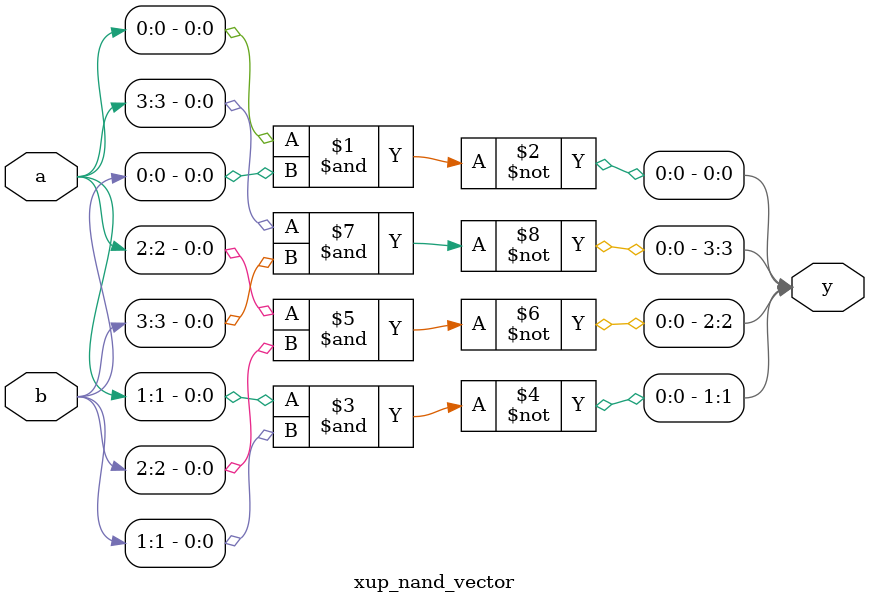
<source format=v>
`timescale 1ns / 1ps
module xup_nand_vector #(parameter SIZE=4, DELAY=3)(
    input wire [SIZE-1:0] a,
    input wire [SIZE-1:0] b,
    output wire [SIZE-1:0] y
    );

   genvar i;
    generate
       for (i=0; i < SIZE; i=i+1) 
       begin: nand_i
          nand #DELAY(y[i], a[i], b[i]);
       end
    endgenerate

endmodule

</source>
